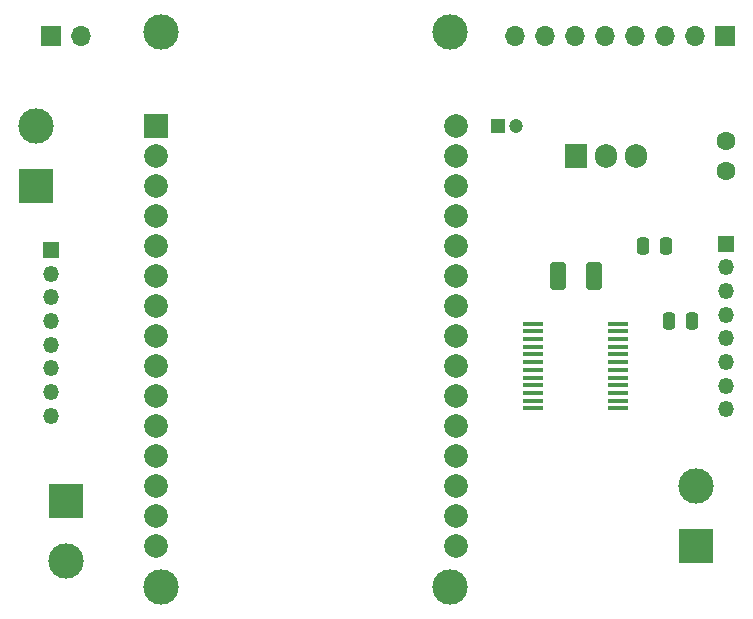
<source format=gts>
%TF.GenerationSoftware,KiCad,Pcbnew,7.0.5*%
%TF.CreationDate,2023-06-02T21:27:16+04:00*%
%TF.ProjectId,Line Follower PID,4c696e65-2046-46f6-9c6c-6f7765722050,rev?*%
%TF.SameCoordinates,Original*%
%TF.FileFunction,Soldermask,Top*%
%TF.FilePolarity,Negative*%
%FSLAX46Y46*%
G04 Gerber Fmt 4.6, Leading zero omitted, Abs format (unit mm)*
G04 Created by KiCad (PCBNEW 7.0.5) date 2023-06-02 21:27:16*
%MOMM*%
%LPD*%
G01*
G04 APERTURE LIST*
G04 Aperture macros list*
%AMRoundRect*
0 Rectangle with rounded corners*
0 $1 Rounding radius*
0 $2 $3 $4 $5 $6 $7 $8 $9 X,Y pos of 4 corners*
0 Add a 4 corners polygon primitive as box body*
4,1,4,$2,$3,$4,$5,$6,$7,$8,$9,$2,$3,0*
0 Add four circle primitives for the rounded corners*
1,1,$1+$1,$2,$3*
1,1,$1+$1,$4,$5*
1,1,$1+$1,$6,$7*
1,1,$1+$1,$8,$9*
0 Add four rect primitives between the rounded corners*
20,1,$1+$1,$2,$3,$4,$5,0*
20,1,$1+$1,$4,$5,$6,$7,0*
20,1,$1+$1,$6,$7,$8,$9,0*
20,1,$1+$1,$8,$9,$2,$3,0*%
G04 Aperture macros list end*
%ADD10C,3.000000*%
%ADD11R,2.000000X2.000000*%
%ADD12C,2.000000*%
%ADD13R,1.700000X1.700000*%
%ADD14O,1.700000X1.700000*%
%ADD15C,1.600000*%
%ADD16R,1.350000X1.350000*%
%ADD17O,1.350000X1.350000*%
%ADD18R,1.200000X1.200000*%
%ADD19C,1.200000*%
%ADD20R,1.750000X0.450000*%
%ADD21RoundRect,0.250000X0.412500X0.925000X-0.412500X0.925000X-0.412500X-0.925000X0.412500X-0.925000X0*%
%ADD22RoundRect,0.250000X-0.250000X-0.475000X0.250000X-0.475000X0.250000X0.475000X-0.250000X0.475000X0*%
%ADD23R,3.000000X3.000000*%
%ADD24R,1.905000X2.000000*%
%ADD25O,1.905000X2.000000*%
%ADD26RoundRect,0.250000X0.250000X0.475000X-0.250000X0.475000X-0.250000X-0.475000X0.250000X-0.475000X0*%
G04 APERTURE END LIST*
D10*
%TO.C,U1*%
X114720000Y-75860000D03*
X114720000Y-122810000D03*
X139230000Y-75860000D03*
X139230000Y-122810000D03*
D11*
X114300000Y-83820000D03*
D12*
X114300000Y-86360000D03*
X114300000Y-88900000D03*
X114300000Y-91440000D03*
X114300000Y-93980000D03*
X114300000Y-96520000D03*
X114300000Y-99060000D03*
X114300000Y-101600000D03*
X114300000Y-104140000D03*
X114300000Y-106680000D03*
X114300000Y-109220000D03*
X114300000Y-111760000D03*
X114300000Y-114300000D03*
X114300000Y-116840000D03*
X114300000Y-119380000D03*
X139700000Y-119380000D03*
X139700000Y-116840000D03*
X139700000Y-114300000D03*
X139700000Y-111760000D03*
X139700000Y-109220000D03*
X139700000Y-106680000D03*
X139700000Y-104140000D03*
X139700000Y-101600000D03*
X139700000Y-99060000D03*
X139700000Y-96520000D03*
X139700000Y-93980000D03*
X139700000Y-91440000D03*
X139700000Y-88900000D03*
X139700000Y-86360000D03*
X139700000Y-83820000D03*
%TD*%
D13*
%TO.C,J1*%
X105410000Y-76200000D03*
D14*
X107950000Y-76200000D03*
%TD*%
D15*
%TO.C,C4*%
X162560000Y-87590000D03*
X162560000Y-85090000D03*
%TD*%
D16*
%TO.C,J6*%
X105410000Y-94330000D03*
D17*
X105410000Y-96330000D03*
X105410000Y-98330000D03*
X105410000Y-100330000D03*
X105410000Y-102330000D03*
X105410000Y-104330000D03*
X105410000Y-106330000D03*
X105410000Y-108330000D03*
%TD*%
D18*
%TO.C,C5*%
X143280000Y-83820000D03*
D19*
X144780000Y-83820000D03*
%TD*%
D20*
%TO.C,U2*%
X146260000Y-100565000D03*
X146260000Y-101215000D03*
X146260000Y-101865000D03*
X146260000Y-102515000D03*
X146260000Y-103165000D03*
X146260000Y-103815000D03*
X146260000Y-104465000D03*
X146260000Y-105115000D03*
X146260000Y-105765000D03*
X146260000Y-106415000D03*
X146260000Y-107065000D03*
X146260000Y-107715000D03*
X153460000Y-107715000D03*
X153460000Y-107065000D03*
X153460000Y-106415000D03*
X153460000Y-105765000D03*
X153460000Y-105115000D03*
X153460000Y-104465000D03*
X153460000Y-103815000D03*
X153460000Y-103165000D03*
X153460000Y-102515000D03*
X153460000Y-101865000D03*
X153460000Y-101215000D03*
X153460000Y-100565000D03*
%TD*%
D21*
%TO.C,C3*%
X151397500Y-96520000D03*
X148322500Y-96520000D03*
%TD*%
D22*
%TO.C,C1*%
X157800000Y-100330000D03*
X159700000Y-100330000D03*
%TD*%
D23*
%TO.C,J3*%
X104140000Y-88900000D03*
D10*
X104140000Y-83820000D03*
%TD*%
D24*
%TO.C,U3*%
X149860000Y-86360000D03*
D25*
X152400000Y-86360000D03*
X154940000Y-86360000D03*
%TD*%
D23*
%TO.C,J5*%
X160020000Y-119380000D03*
D10*
X160020000Y-114300000D03*
%TD*%
D23*
%TO.C,J4*%
X106680000Y-115570000D03*
D10*
X106680000Y-120650000D03*
%TD*%
D26*
%TO.C,C2*%
X157480000Y-93980000D03*
X155580000Y-93980000D03*
%TD*%
D13*
%TO.C,J7*%
X162545000Y-76200000D03*
D14*
X160005000Y-76200000D03*
X157465000Y-76200000D03*
X154925000Y-76200000D03*
X152385000Y-76200000D03*
X149845000Y-76200000D03*
X147305000Y-76200000D03*
X144765000Y-76200000D03*
%TD*%
D16*
%TO.C,J2*%
X162560000Y-93790000D03*
D17*
X162560000Y-95790000D03*
X162560000Y-97790000D03*
X162560000Y-99790000D03*
X162560000Y-101790000D03*
X162560000Y-103790000D03*
X162560000Y-105790000D03*
X162560000Y-107790000D03*
%TD*%
M02*

</source>
